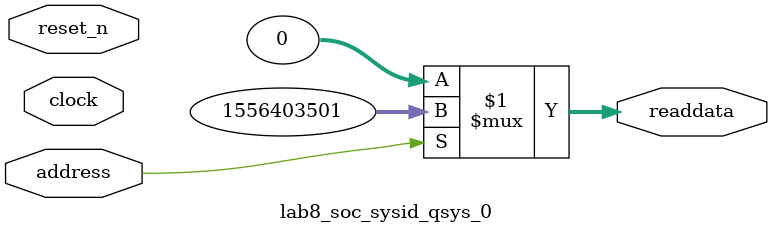
<source format=v>



// synthesis translate_off
`timescale 1ns / 1ps
// synthesis translate_on

// turn off superfluous verilog processor warnings 
// altera message_level Level1 
// altera message_off 10034 10035 10036 10037 10230 10240 10030 

module lab8_soc_sysid_qsys_0 (
               // inputs:
                address,
                clock,
                reset_n,

               // outputs:
                readdata
             )
;

  output  [ 31: 0] readdata;
  input            address;
  input            clock;
  input            reset_n;

  wire    [ 31: 0] readdata;
  //control_slave, which is an e_avalon_slave
  assign readdata = address ? 1556403501 : 0;

endmodule



</source>
